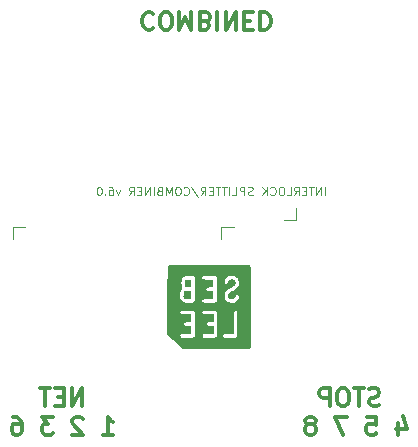
<source format=gbr>
G04 #@! TF.GenerationSoftware,KiCad,Pcbnew,(6.0.4-0)*
G04 #@! TF.CreationDate,2022-05-30T10:48:12+01:00*
G04 #@! TF.ProjectId,InterlockSplitterCombiner06,496e7465-726c-46f6-936b-53706c697474,rev?*
G04 #@! TF.SameCoordinates,Original*
G04 #@! TF.FileFunction,Legend,Bot*
G04 #@! TF.FilePolarity,Positive*
%FSLAX46Y46*%
G04 Gerber Fmt 4.6, Leading zero omitted, Abs format (unit mm)*
G04 Created by KiCad (PCBNEW (6.0.4-0)) date 2022-05-30 10:48:12*
%MOMM*%
%LPD*%
G01*
G04 APERTURE LIST*
%ADD10C,0.300000*%
%ADD11C,0.100000*%
%ADD12C,0.010000*%
%ADD13C,0.120000*%
G04 APERTURE END LIST*
D10*
X155300000Y-50964285D02*
X155228571Y-50892857D01*
X155014285Y-50821428D01*
X154871428Y-50821428D01*
X154657142Y-50892857D01*
X154514285Y-51035714D01*
X154442857Y-51178571D01*
X154371428Y-51464285D01*
X154371428Y-51678571D01*
X154442857Y-51964285D01*
X154514285Y-52107142D01*
X154657142Y-52250000D01*
X154871428Y-52321428D01*
X155014285Y-52321428D01*
X155228571Y-52250000D01*
X155300000Y-52178571D01*
X156228571Y-52321428D02*
X156514285Y-52321428D01*
X156657142Y-52250000D01*
X156800000Y-52107142D01*
X156871428Y-51821428D01*
X156871428Y-51321428D01*
X156800000Y-51035714D01*
X156657142Y-50892857D01*
X156514285Y-50821428D01*
X156228571Y-50821428D01*
X156085714Y-50892857D01*
X155942857Y-51035714D01*
X155871428Y-51321428D01*
X155871428Y-51821428D01*
X155942857Y-52107142D01*
X156085714Y-52250000D01*
X156228571Y-52321428D01*
X157514285Y-50821428D02*
X157514285Y-52321428D01*
X158014285Y-51250000D01*
X158514285Y-52321428D01*
X158514285Y-50821428D01*
X159728571Y-51607142D02*
X159942857Y-51535714D01*
X160014285Y-51464285D01*
X160085714Y-51321428D01*
X160085714Y-51107142D01*
X160014285Y-50964285D01*
X159942857Y-50892857D01*
X159800000Y-50821428D01*
X159228571Y-50821428D01*
X159228571Y-52321428D01*
X159728571Y-52321428D01*
X159871428Y-52250000D01*
X159942857Y-52178571D01*
X160014285Y-52035714D01*
X160014285Y-51892857D01*
X159942857Y-51750000D01*
X159871428Y-51678571D01*
X159728571Y-51607142D01*
X159228571Y-51607142D01*
X160728571Y-50821428D02*
X160728571Y-52321428D01*
X161442857Y-50821428D02*
X161442857Y-52321428D01*
X162300000Y-50821428D01*
X162300000Y-52321428D01*
X163014285Y-51607142D02*
X163514285Y-51607142D01*
X163728571Y-50821428D02*
X163014285Y-50821428D01*
X163014285Y-52321428D01*
X163728571Y-52321428D01*
X164371428Y-50821428D02*
X164371428Y-52321428D01*
X164728571Y-52321428D01*
X164942857Y-52250000D01*
X165085714Y-52107142D01*
X165157142Y-51964285D01*
X165228571Y-51678571D01*
X165228571Y-51464285D01*
X165157142Y-51178571D01*
X165085714Y-51035714D01*
X164942857Y-50892857D01*
X164728571Y-50821428D01*
X164371428Y-50821428D01*
X174435714Y-84099642D02*
X174221428Y-84171071D01*
X173864285Y-84171071D01*
X173721428Y-84099642D01*
X173650000Y-84028214D01*
X173578571Y-83885357D01*
X173578571Y-83742500D01*
X173650000Y-83599642D01*
X173721428Y-83528214D01*
X173864285Y-83456785D01*
X174150000Y-83385357D01*
X174292857Y-83313928D01*
X174364285Y-83242500D01*
X174435714Y-83099642D01*
X174435714Y-82956785D01*
X174364285Y-82813928D01*
X174292857Y-82742500D01*
X174150000Y-82671071D01*
X173792857Y-82671071D01*
X173578571Y-82742500D01*
X173150000Y-82671071D02*
X172292857Y-82671071D01*
X172721428Y-84171071D02*
X172721428Y-82671071D01*
X171507142Y-82671071D02*
X171221428Y-82671071D01*
X171078571Y-82742500D01*
X170935714Y-82885357D01*
X170864285Y-83171071D01*
X170864285Y-83671071D01*
X170935714Y-83956785D01*
X171078571Y-84099642D01*
X171221428Y-84171071D01*
X171507142Y-84171071D01*
X171650000Y-84099642D01*
X171792857Y-83956785D01*
X171864285Y-83671071D01*
X171864285Y-83171071D01*
X171792857Y-82885357D01*
X171650000Y-82742500D01*
X171507142Y-82671071D01*
X170221428Y-84171071D02*
X170221428Y-82671071D01*
X169650000Y-82671071D01*
X169507142Y-82742500D01*
X169435714Y-82813928D01*
X169364285Y-82956785D01*
X169364285Y-83171071D01*
X169435714Y-83313928D01*
X169507142Y-83385357D01*
X169650000Y-83456785D01*
X170221428Y-83456785D01*
X176042857Y-85586071D02*
X176042857Y-86586071D01*
X176400000Y-85014642D02*
X176757142Y-86086071D01*
X175828571Y-86086071D01*
X173400000Y-85086071D02*
X174114285Y-85086071D01*
X174185714Y-85800357D01*
X174114285Y-85728928D01*
X173971428Y-85657500D01*
X173614285Y-85657500D01*
X173471428Y-85728928D01*
X173400000Y-85800357D01*
X173328571Y-85943214D01*
X173328571Y-86300357D01*
X173400000Y-86443214D01*
X173471428Y-86514642D01*
X173614285Y-86586071D01*
X173971428Y-86586071D01*
X174114285Y-86514642D01*
X174185714Y-86443214D01*
X171685714Y-85086071D02*
X170685714Y-85086071D01*
X171328571Y-86586071D01*
X168757142Y-85728928D02*
X168900000Y-85657500D01*
X168971428Y-85586071D01*
X169042857Y-85443214D01*
X169042857Y-85371785D01*
X168971428Y-85228928D01*
X168900000Y-85157500D01*
X168757142Y-85086071D01*
X168471428Y-85086071D01*
X168328571Y-85157500D01*
X168257142Y-85228928D01*
X168185714Y-85371785D01*
X168185714Y-85443214D01*
X168257142Y-85586071D01*
X168328571Y-85657500D01*
X168471428Y-85728928D01*
X168757142Y-85728928D01*
X168900000Y-85800357D01*
X168971428Y-85871785D01*
X169042857Y-86014642D01*
X169042857Y-86300357D01*
X168971428Y-86443214D01*
X168900000Y-86514642D01*
X168757142Y-86586071D01*
X168471428Y-86586071D01*
X168328571Y-86514642D01*
X168257142Y-86443214D01*
X168185714Y-86300357D01*
X168185714Y-86014642D01*
X168257142Y-85871785D01*
X168328571Y-85800357D01*
X168471428Y-85728928D01*
D11*
X169850000Y-66316666D02*
X169850000Y-65616666D01*
X169516666Y-66316666D02*
X169516666Y-65616666D01*
X169116666Y-66316666D01*
X169116666Y-65616666D01*
X168883333Y-65616666D02*
X168483333Y-65616666D01*
X168683333Y-66316666D02*
X168683333Y-65616666D01*
X168250000Y-65950000D02*
X168016666Y-65950000D01*
X167916666Y-66316666D02*
X168250000Y-66316666D01*
X168250000Y-65616666D01*
X167916666Y-65616666D01*
X167216666Y-66316666D02*
X167450000Y-65983333D01*
X167616666Y-66316666D02*
X167616666Y-65616666D01*
X167350000Y-65616666D01*
X167283333Y-65650000D01*
X167250000Y-65683333D01*
X167216666Y-65750000D01*
X167216666Y-65850000D01*
X167250000Y-65916666D01*
X167283333Y-65950000D01*
X167350000Y-65983333D01*
X167616666Y-65983333D01*
X166583333Y-66316666D02*
X166916666Y-66316666D01*
X166916666Y-65616666D01*
X166216666Y-65616666D02*
X166083333Y-65616666D01*
X166016666Y-65650000D01*
X165950000Y-65716666D01*
X165916666Y-65850000D01*
X165916666Y-66083333D01*
X165950000Y-66216666D01*
X166016666Y-66283333D01*
X166083333Y-66316666D01*
X166216666Y-66316666D01*
X166283333Y-66283333D01*
X166350000Y-66216666D01*
X166383333Y-66083333D01*
X166383333Y-65850000D01*
X166350000Y-65716666D01*
X166283333Y-65650000D01*
X166216666Y-65616666D01*
X165216666Y-66250000D02*
X165250000Y-66283333D01*
X165350000Y-66316666D01*
X165416666Y-66316666D01*
X165516666Y-66283333D01*
X165583333Y-66216666D01*
X165616666Y-66150000D01*
X165650000Y-66016666D01*
X165650000Y-65916666D01*
X165616666Y-65783333D01*
X165583333Y-65716666D01*
X165516666Y-65650000D01*
X165416666Y-65616666D01*
X165350000Y-65616666D01*
X165250000Y-65650000D01*
X165216666Y-65683333D01*
X164916666Y-66316666D02*
X164916666Y-65616666D01*
X164516666Y-66316666D02*
X164816666Y-65916666D01*
X164516666Y-65616666D02*
X164916666Y-66016666D01*
X163716666Y-66283333D02*
X163616666Y-66316666D01*
X163450000Y-66316666D01*
X163383333Y-66283333D01*
X163350000Y-66250000D01*
X163316666Y-66183333D01*
X163316666Y-66116666D01*
X163350000Y-66050000D01*
X163383333Y-66016666D01*
X163450000Y-65983333D01*
X163583333Y-65950000D01*
X163650000Y-65916666D01*
X163683333Y-65883333D01*
X163716666Y-65816666D01*
X163716666Y-65750000D01*
X163683333Y-65683333D01*
X163650000Y-65650000D01*
X163583333Y-65616666D01*
X163416666Y-65616666D01*
X163316666Y-65650000D01*
X163016666Y-66316666D02*
X163016666Y-65616666D01*
X162750000Y-65616666D01*
X162683333Y-65650000D01*
X162650000Y-65683333D01*
X162616666Y-65750000D01*
X162616666Y-65850000D01*
X162650000Y-65916666D01*
X162683333Y-65950000D01*
X162750000Y-65983333D01*
X163016666Y-65983333D01*
X161983333Y-66316666D02*
X162316666Y-66316666D01*
X162316666Y-65616666D01*
X161750000Y-66316666D02*
X161750000Y-65616666D01*
X161516666Y-65616666D02*
X161116666Y-65616666D01*
X161316666Y-66316666D02*
X161316666Y-65616666D01*
X160983333Y-65616666D02*
X160583333Y-65616666D01*
X160783333Y-66316666D02*
X160783333Y-65616666D01*
X160350000Y-65950000D02*
X160116666Y-65950000D01*
X160016666Y-66316666D02*
X160350000Y-66316666D01*
X160350000Y-65616666D01*
X160016666Y-65616666D01*
X159316666Y-66316666D02*
X159550000Y-65983333D01*
X159716666Y-66316666D02*
X159716666Y-65616666D01*
X159450000Y-65616666D01*
X159383333Y-65650000D01*
X159350000Y-65683333D01*
X159316666Y-65750000D01*
X159316666Y-65850000D01*
X159350000Y-65916666D01*
X159383333Y-65950000D01*
X159450000Y-65983333D01*
X159716666Y-65983333D01*
X158516666Y-65583333D02*
X159116666Y-66483333D01*
X157883333Y-66250000D02*
X157916666Y-66283333D01*
X158016666Y-66316666D01*
X158083333Y-66316666D01*
X158183333Y-66283333D01*
X158250000Y-66216666D01*
X158283333Y-66150000D01*
X158316666Y-66016666D01*
X158316666Y-65916666D01*
X158283333Y-65783333D01*
X158250000Y-65716666D01*
X158183333Y-65650000D01*
X158083333Y-65616666D01*
X158016666Y-65616666D01*
X157916666Y-65650000D01*
X157883333Y-65683333D01*
X157450000Y-65616666D02*
X157316666Y-65616666D01*
X157250000Y-65650000D01*
X157183333Y-65716666D01*
X157150000Y-65850000D01*
X157150000Y-66083333D01*
X157183333Y-66216666D01*
X157250000Y-66283333D01*
X157316666Y-66316666D01*
X157450000Y-66316666D01*
X157516666Y-66283333D01*
X157583333Y-66216666D01*
X157616666Y-66083333D01*
X157616666Y-65850000D01*
X157583333Y-65716666D01*
X157516666Y-65650000D01*
X157450000Y-65616666D01*
X156850000Y-66316666D02*
X156850000Y-65616666D01*
X156616666Y-66116666D01*
X156383333Y-65616666D01*
X156383333Y-66316666D01*
X155816666Y-65950000D02*
X155716666Y-65983333D01*
X155683333Y-66016666D01*
X155650000Y-66083333D01*
X155650000Y-66183333D01*
X155683333Y-66250000D01*
X155716666Y-66283333D01*
X155783333Y-66316666D01*
X156050000Y-66316666D01*
X156050000Y-65616666D01*
X155816666Y-65616666D01*
X155750000Y-65650000D01*
X155716666Y-65683333D01*
X155683333Y-65750000D01*
X155683333Y-65816666D01*
X155716666Y-65883333D01*
X155750000Y-65916666D01*
X155816666Y-65950000D01*
X156050000Y-65950000D01*
X155350000Y-66316666D02*
X155350000Y-65616666D01*
X155016666Y-66316666D02*
X155016666Y-65616666D01*
X154616666Y-66316666D01*
X154616666Y-65616666D01*
X154283333Y-65950000D02*
X154050000Y-65950000D01*
X153950000Y-66316666D02*
X154283333Y-66316666D01*
X154283333Y-65616666D01*
X153950000Y-65616666D01*
X153250000Y-66316666D02*
X153483333Y-65983333D01*
X153650000Y-66316666D02*
X153650000Y-65616666D01*
X153383333Y-65616666D01*
X153316666Y-65650000D01*
X153283333Y-65683333D01*
X153250000Y-65750000D01*
X153250000Y-65850000D01*
X153283333Y-65916666D01*
X153316666Y-65950000D01*
X153383333Y-65983333D01*
X153650000Y-65983333D01*
X152483333Y-65850000D02*
X152316666Y-66316666D01*
X152150000Y-65850000D01*
X151583333Y-65616666D02*
X151716666Y-65616666D01*
X151783333Y-65650000D01*
X151816666Y-65683333D01*
X151883333Y-65783333D01*
X151916666Y-65916666D01*
X151916666Y-66183333D01*
X151883333Y-66250000D01*
X151850000Y-66283333D01*
X151783333Y-66316666D01*
X151650000Y-66316666D01*
X151583333Y-66283333D01*
X151550000Y-66250000D01*
X151516666Y-66183333D01*
X151516666Y-66016666D01*
X151550000Y-65950000D01*
X151583333Y-65916666D01*
X151650000Y-65883333D01*
X151783333Y-65883333D01*
X151850000Y-65916666D01*
X151883333Y-65950000D01*
X151916666Y-66016666D01*
X151216666Y-66250000D02*
X151183333Y-66283333D01*
X151216666Y-66316666D01*
X151250000Y-66283333D01*
X151216666Y-66250000D01*
X151216666Y-66316666D01*
X150750000Y-65616666D02*
X150683333Y-65616666D01*
X150616666Y-65650000D01*
X150583333Y-65683333D01*
X150550000Y-65750000D01*
X150516666Y-65883333D01*
X150516666Y-66050000D01*
X150550000Y-66183333D01*
X150583333Y-66250000D01*
X150616666Y-66283333D01*
X150683333Y-66316666D01*
X150750000Y-66316666D01*
X150816666Y-66283333D01*
X150850000Y-66250000D01*
X150883333Y-66183333D01*
X150916666Y-66050000D01*
X150916666Y-65883333D01*
X150883333Y-65750000D01*
X150850000Y-65683333D01*
X150816666Y-65650000D01*
X150750000Y-65616666D01*
D10*
X149278571Y-84171071D02*
X149278571Y-82671071D01*
X148421428Y-84171071D01*
X148421428Y-82671071D01*
X147707142Y-83385357D02*
X147207142Y-83385357D01*
X146992857Y-84171071D02*
X147707142Y-84171071D01*
X147707142Y-82671071D01*
X146992857Y-82671071D01*
X146564285Y-82671071D02*
X145707142Y-82671071D01*
X146135714Y-84171071D02*
X146135714Y-82671071D01*
X151028571Y-86586071D02*
X151885714Y-86586071D01*
X151457142Y-86586071D02*
X151457142Y-85086071D01*
X151600000Y-85300357D01*
X151742857Y-85443214D01*
X151885714Y-85514642D01*
X149314285Y-85228928D02*
X149242857Y-85157500D01*
X149100000Y-85086071D01*
X148742857Y-85086071D01*
X148600000Y-85157500D01*
X148528571Y-85228928D01*
X148457142Y-85371785D01*
X148457142Y-85514642D01*
X148528571Y-85728928D01*
X149385714Y-86586071D01*
X148457142Y-86586071D01*
X146814285Y-85086071D02*
X145885714Y-85086071D01*
X146385714Y-85657500D01*
X146171428Y-85657500D01*
X146028571Y-85728928D01*
X145957142Y-85800357D01*
X145885714Y-85943214D01*
X145885714Y-86300357D01*
X145957142Y-86443214D01*
X146028571Y-86514642D01*
X146171428Y-86586071D01*
X146600000Y-86586071D01*
X146742857Y-86514642D01*
X146814285Y-86443214D01*
X143457142Y-85086071D02*
X143742857Y-85086071D01*
X143885714Y-85157500D01*
X143957142Y-85228928D01*
X144100000Y-85443214D01*
X144171428Y-85728928D01*
X144171428Y-86300357D01*
X144100000Y-86443214D01*
X144028571Y-86514642D01*
X143885714Y-86586071D01*
X143600000Y-86586071D01*
X143457142Y-86514642D01*
X143385714Y-86443214D01*
X143314285Y-86300357D01*
X143314285Y-85943214D01*
X143385714Y-85800357D01*
X143457142Y-85728928D01*
X143600000Y-85657500D01*
X143885714Y-85657500D01*
X144028571Y-85728928D01*
X144100000Y-85800357D01*
X144171428Y-85943214D01*
G36*
X163498701Y-77661842D02*
G01*
X163498355Y-77867683D01*
X163497931Y-78053235D01*
X163497424Y-78219551D01*
X163496827Y-78367688D01*
X163496132Y-78498702D01*
X163495333Y-78613646D01*
X163494423Y-78713577D01*
X163493395Y-78799549D01*
X163492243Y-78872618D01*
X163490959Y-78933839D01*
X163489537Y-78984268D01*
X163487970Y-79024959D01*
X163486250Y-79056968D01*
X163484372Y-79081351D01*
X163482328Y-79099161D01*
X163480111Y-79111456D01*
X163477715Y-79119289D01*
X163459594Y-79156290D01*
X163408624Y-79219612D01*
X163337278Y-79265219D01*
X163335281Y-79266117D01*
X163327402Y-79269140D01*
X163317396Y-79271911D01*
X163304075Y-79274441D01*
X163286254Y-79276743D01*
X163262747Y-79278825D01*
X163232368Y-79280700D01*
X163193930Y-79282379D01*
X163146248Y-79283873D01*
X163088135Y-79285192D01*
X163018405Y-79286348D01*
X162935872Y-79287353D01*
X162839351Y-79288216D01*
X162727654Y-79288949D01*
X162599596Y-79289564D01*
X162453991Y-79290071D01*
X162289652Y-79290482D01*
X162105394Y-79290806D01*
X161900030Y-79291057D01*
X161672375Y-79291244D01*
X161421242Y-79291378D01*
X161145445Y-79291472D01*
X160843798Y-79291535D01*
X160515114Y-79291579D01*
X157749395Y-79291889D01*
X157124920Y-78667532D01*
X156500444Y-78043175D01*
X156500444Y-76229778D01*
X157502749Y-76229778D01*
X157507440Y-76275063D01*
X157533949Y-76333246D01*
X157585765Y-76381049D01*
X157587897Y-76382482D01*
X157602332Y-76391497D01*
X157617807Y-76398552D01*
X157637718Y-76403886D01*
X157665464Y-76407740D01*
X157704443Y-76410355D01*
X157758052Y-76411970D01*
X157829690Y-76412826D01*
X157922754Y-76413164D01*
X158040642Y-76413223D01*
X158447778Y-76413223D01*
X158447778Y-77005889D01*
X158214244Y-77005889D01*
X158145492Y-77006207D01*
X158062589Y-77008319D01*
X158000821Y-77013223D01*
X157955944Y-77021854D01*
X157923715Y-77035147D01*
X157899890Y-77054037D01*
X157880224Y-77079458D01*
X157854074Y-77136540D01*
X157848974Y-77204509D01*
X157870446Y-77270478D01*
X157917890Y-77330445D01*
X157918424Y-77330937D01*
X157933190Y-77343564D01*
X157948980Y-77352793D01*
X157970327Y-77359259D01*
X158001763Y-77363594D01*
X158047821Y-77366434D01*
X158113033Y-77368411D01*
X158201931Y-77370160D01*
X158447778Y-77374597D01*
X158447778Y-78007778D01*
X158052213Y-78007778D01*
X157948519Y-78007978D01*
X157845650Y-78008836D01*
X157765356Y-78010503D01*
X157704542Y-78013121D01*
X157660112Y-78016832D01*
X157628971Y-78021776D01*
X157608022Y-78028096D01*
X157581174Y-78042389D01*
X157536367Y-78086487D01*
X157510406Y-78143253D01*
X157504441Y-78206037D01*
X157519619Y-78268190D01*
X157557090Y-78323061D01*
X157601626Y-78367612D01*
X158141119Y-78371358D01*
X158189824Y-78371693D01*
X158318908Y-78372489D01*
X158423595Y-78372872D01*
X158506756Y-78372718D01*
X158571261Y-78371907D01*
X158619982Y-78370315D01*
X158655791Y-78367819D01*
X158681558Y-78364298D01*
X158700155Y-78359628D01*
X158714452Y-78353688D01*
X158727321Y-78346355D01*
X158737458Y-78340187D01*
X158752294Y-78330679D01*
X158765098Y-78320194D01*
X158776019Y-78306787D01*
X158785208Y-78288511D01*
X158792813Y-78263420D01*
X158798984Y-78229569D01*
X158803870Y-78185011D01*
X158807622Y-78127800D01*
X158810388Y-78055989D01*
X158812318Y-77967633D01*
X158813562Y-77860786D01*
X158814270Y-77733501D01*
X158814590Y-77583832D01*
X158814672Y-77409833D01*
X158814667Y-77209558D01*
X158814676Y-77067833D01*
X158814651Y-76886155D01*
X158814439Y-76729398D01*
X158813886Y-76595615D01*
X158812835Y-76482857D01*
X158811133Y-76389176D01*
X158808623Y-76312623D01*
X158805150Y-76251250D01*
X158803103Y-76229778D01*
X159379527Y-76229778D01*
X159384218Y-76275063D01*
X159410727Y-76333246D01*
X159462542Y-76381049D01*
X159464675Y-76382482D01*
X159479110Y-76391497D01*
X159494585Y-76398552D01*
X159514496Y-76403886D01*
X159542242Y-76407740D01*
X159581221Y-76410355D01*
X159634830Y-76411970D01*
X159706468Y-76412826D01*
X159799532Y-76413164D01*
X159917420Y-76413223D01*
X160324555Y-76413223D01*
X160324555Y-77005889D01*
X160091021Y-77005889D01*
X160022270Y-77006207D01*
X159939367Y-77008319D01*
X159877599Y-77013223D01*
X159832722Y-77021854D01*
X159800493Y-77035147D01*
X159776667Y-77054037D01*
X159765994Y-77067833D01*
X159757002Y-77079458D01*
X159730852Y-77136540D01*
X159725751Y-77204509D01*
X159747224Y-77270478D01*
X159794668Y-77330445D01*
X159795202Y-77330937D01*
X159809968Y-77343564D01*
X159825758Y-77352793D01*
X159847105Y-77359259D01*
X159878541Y-77363594D01*
X159924599Y-77366434D01*
X159989810Y-77368411D01*
X160078709Y-77370160D01*
X160324555Y-77374597D01*
X160324555Y-78007778D01*
X159928991Y-78007778D01*
X159825297Y-78007978D01*
X159722427Y-78008836D01*
X159642134Y-78010503D01*
X159581320Y-78013121D01*
X159536890Y-78016832D01*
X159505749Y-78021776D01*
X159484800Y-78028096D01*
X159457952Y-78042389D01*
X159413144Y-78086487D01*
X159387184Y-78143253D01*
X159381219Y-78206037D01*
X159396397Y-78268190D01*
X159433868Y-78323061D01*
X159478404Y-78367612D01*
X160017896Y-78371358D01*
X160066602Y-78371693D01*
X160195686Y-78372489D01*
X160300373Y-78372872D01*
X160383533Y-78372718D01*
X160448039Y-78371907D01*
X160496760Y-78370315D01*
X160532569Y-78367819D01*
X160558336Y-78364298D01*
X160576932Y-78359628D01*
X160591230Y-78353688D01*
X160604099Y-78346355D01*
X160614236Y-78340187D01*
X160629072Y-78330679D01*
X160641876Y-78320194D01*
X160652797Y-78306787D01*
X160661986Y-78288511D01*
X160669590Y-78263420D01*
X160675761Y-78229569D01*
X160678342Y-78206037D01*
X161116885Y-78206037D01*
X161132064Y-78268190D01*
X161169534Y-78323061D01*
X161214071Y-78367612D01*
X161753563Y-78371358D01*
X161802269Y-78371693D01*
X161931353Y-78372489D01*
X162036039Y-78372872D01*
X162119200Y-78372718D01*
X162183705Y-78371907D01*
X162232427Y-78370315D01*
X162268235Y-78367819D01*
X162294002Y-78364298D01*
X162312599Y-78359628D01*
X162326896Y-78353688D01*
X162339766Y-78346355D01*
X162349784Y-78340259D01*
X162364642Y-78330745D01*
X162377465Y-78320267D01*
X162388402Y-78306880D01*
X162397604Y-78288635D01*
X162405221Y-78263586D01*
X162411401Y-78229786D01*
X162416295Y-78185287D01*
X162420053Y-78128142D01*
X162422824Y-78056405D01*
X162424758Y-77968128D01*
X162426004Y-77861365D01*
X162426713Y-77734167D01*
X162427034Y-77584588D01*
X162427117Y-77410682D01*
X162427111Y-77210500D01*
X162427038Y-77014168D01*
X162426792Y-76842125D01*
X162426337Y-76694520D01*
X162425636Y-76569451D01*
X162424652Y-76465016D01*
X162423350Y-76379315D01*
X162421692Y-76310445D01*
X162419642Y-76256506D01*
X162417164Y-76215596D01*
X162414220Y-76185812D01*
X162410776Y-76165255D01*
X162406794Y-76152023D01*
X162392495Y-76125167D01*
X162348395Y-76080361D01*
X162291629Y-76054403D01*
X162228846Y-76048441D01*
X162166695Y-76063624D01*
X162111828Y-76101098D01*
X162067278Y-76145643D01*
X162063490Y-77067833D01*
X162063454Y-77076711D01*
X162059631Y-78007778D01*
X161664362Y-78007778D01*
X161561102Y-78007976D01*
X161458192Y-78008833D01*
X161377866Y-78010499D01*
X161317027Y-78013117D01*
X161272579Y-78016828D01*
X161241424Y-78021774D01*
X161220467Y-78028096D01*
X161193619Y-78042389D01*
X161148811Y-78086487D01*
X161122850Y-78143253D01*
X161116885Y-78206037D01*
X160678342Y-78206037D01*
X160680648Y-78185011D01*
X160684399Y-78127800D01*
X160687166Y-78055989D01*
X160689096Y-77967633D01*
X160690340Y-77860786D01*
X160691048Y-77733501D01*
X160691368Y-77583832D01*
X160691450Y-77409833D01*
X160691444Y-77209558D01*
X160691454Y-77067833D01*
X160691429Y-76886155D01*
X160691217Y-76729398D01*
X160690663Y-76595615D01*
X160689613Y-76482857D01*
X160687911Y-76389176D01*
X160685401Y-76312623D01*
X160681928Y-76251250D01*
X160677337Y-76203109D01*
X160671473Y-76166251D01*
X160664180Y-76138728D01*
X160655304Y-76118592D01*
X160644688Y-76103893D01*
X160632177Y-76092685D01*
X160617617Y-76083017D01*
X160600852Y-76072943D01*
X160591201Y-76067580D01*
X160576440Y-76061697D01*
X160556652Y-76057013D01*
X160528938Y-76053392D01*
X160490398Y-76050698D01*
X160438134Y-76048796D01*
X160369245Y-76047549D01*
X160280832Y-76046823D01*
X160169995Y-76046480D01*
X160033837Y-76046386D01*
X159961471Y-76046384D01*
X159839470Y-76046469D01*
X159741280Y-76046811D01*
X159663982Y-76047574D01*
X159604655Y-76048923D01*
X159560379Y-76051021D01*
X159528232Y-76054034D01*
X159505296Y-76058125D01*
X159488649Y-76063458D01*
X159475371Y-76070197D01*
X159462542Y-76078507D01*
X159425859Y-76108615D01*
X159390747Y-76162717D01*
X159379527Y-76229778D01*
X158803103Y-76229778D01*
X158800560Y-76203109D01*
X158794695Y-76166251D01*
X158787403Y-76138728D01*
X158778526Y-76118592D01*
X158767910Y-76103893D01*
X158755399Y-76092685D01*
X158740839Y-76083017D01*
X158724074Y-76072943D01*
X158714423Y-76067580D01*
X158699662Y-76061697D01*
X158679874Y-76057013D01*
X158652160Y-76053392D01*
X158613621Y-76050698D01*
X158561356Y-76048796D01*
X158492467Y-76047549D01*
X158404054Y-76046823D01*
X158293218Y-76046480D01*
X158157059Y-76046386D01*
X158084693Y-76046384D01*
X157962692Y-76046469D01*
X157864503Y-76046811D01*
X157787205Y-76047574D01*
X157727877Y-76048923D01*
X157683601Y-76051021D01*
X157651455Y-76054034D01*
X157628518Y-76058125D01*
X157611871Y-76063458D01*
X157598594Y-76070197D01*
X157585765Y-76078507D01*
X157549081Y-76108615D01*
X157513969Y-76162717D01*
X157502749Y-76229778D01*
X156500444Y-76229778D01*
X156500444Y-75238079D01*
X156500450Y-75043434D01*
X156500488Y-74725363D01*
X156500496Y-74697204D01*
X157489462Y-74697204D01*
X157490724Y-74800293D01*
X157491797Y-74845978D01*
X157494077Y-74918932D01*
X157497245Y-74972110D01*
X157502145Y-75011141D01*
X157509623Y-75041652D01*
X157520525Y-75069272D01*
X157535697Y-75099628D01*
X157551890Y-75128302D01*
X157625899Y-75224466D01*
X157719902Y-75304788D01*
X157829410Y-75365962D01*
X157949932Y-75404680D01*
X157955795Y-75405873D01*
X158016647Y-75414381D01*
X158100048Y-75420370D01*
X158207860Y-75423937D01*
X158341944Y-75425178D01*
X158437945Y-75424896D01*
X158528233Y-75423172D01*
X158597490Y-75419163D01*
X158649601Y-75412052D01*
X158688450Y-75401021D01*
X158717923Y-75385251D01*
X158741902Y-75363924D01*
X158764275Y-75336222D01*
X158767829Y-75331227D01*
X158772888Y-75322627D01*
X158777250Y-75311521D01*
X158780974Y-75295931D01*
X158784122Y-75273878D01*
X158786403Y-75247464D01*
X159364341Y-75247464D01*
X159378369Y-75307329D01*
X159413084Y-75359523D01*
X159468241Y-75398022D01*
X159474244Y-75400666D01*
X159492320Y-75407339D01*
X159513843Y-75412670D01*
X159541910Y-75416808D01*
X159579619Y-75419907D01*
X159630065Y-75422118D01*
X159696346Y-75423592D01*
X159781559Y-75424481D01*
X159888800Y-75424938D01*
X160021167Y-75425113D01*
X160112629Y-75425130D01*
X160236082Y-75424812D01*
X160336069Y-75423704D01*
X160415508Y-75421387D01*
X160477312Y-75417443D01*
X160524396Y-75411456D01*
X160559676Y-75403006D01*
X160586067Y-75391675D01*
X160606483Y-75377047D01*
X160623840Y-75358702D01*
X160641052Y-75336222D01*
X160644606Y-75331227D01*
X160649666Y-75322627D01*
X160654028Y-75311521D01*
X160657752Y-75295931D01*
X160660900Y-75273878D01*
X160663533Y-75243385D01*
X160665711Y-75202474D01*
X160667495Y-75149165D01*
X160668947Y-75081482D01*
X160670126Y-74997446D01*
X160671094Y-74895078D01*
X160671912Y-74772401D01*
X160672640Y-74627436D01*
X160673340Y-74458206D01*
X160674071Y-74262731D01*
X160676273Y-73662706D01*
X161247282Y-73662706D01*
X161251804Y-73693671D01*
X161263769Y-73729179D01*
X161266738Y-73736552D01*
X161305332Y-73795269D01*
X161360611Y-73832128D01*
X161429451Y-73844948D01*
X161452523Y-73844044D01*
X161515794Y-73828146D01*
X161564148Y-73791067D01*
X161599307Y-73731040D01*
X161622996Y-73646296D01*
X161639424Y-73586999D01*
X161675551Y-73524900D01*
X161729485Y-73482288D01*
X161803202Y-73457754D01*
X161898683Y-73449889D01*
X161947557Y-73451618D01*
X162019116Y-73464602D01*
X162076326Y-73492809D01*
X162126774Y-73539208D01*
X162163657Y-73594029D01*
X162183993Y-73666120D01*
X162181181Y-73751433D01*
X162169324Y-73801930D01*
X162145225Y-73853779D01*
X162107196Y-73902818D01*
X162052642Y-73951315D01*
X161978969Y-74001537D01*
X161883583Y-74055753D01*
X161763889Y-74116231D01*
X161631774Y-74186614D01*
X161507678Y-74269494D01*
X161408718Y-74357337D01*
X161333305Y-74451581D01*
X161279851Y-74553660D01*
X161269829Y-74580792D01*
X161259731Y-74619325D01*
X161253520Y-74664724D01*
X161250330Y-74724098D01*
X161249296Y-74804556D01*
X161249337Y-74864949D01*
X161250653Y-74922619D01*
X161254475Y-74964980D01*
X161261979Y-74999277D01*
X161274337Y-75032757D01*
X161292724Y-75072667D01*
X161299825Y-75087085D01*
X161371011Y-75198722D01*
X161460279Y-75289731D01*
X161565792Y-75358566D01*
X161685715Y-75403681D01*
X161725523Y-75411490D01*
X161799243Y-75419432D01*
X161883871Y-75423411D01*
X161969717Y-75423279D01*
X162047091Y-75418888D01*
X162106302Y-75410091D01*
X162120422Y-75406530D01*
X162227760Y-75363833D01*
X162326274Y-75297749D01*
X162411847Y-75212291D01*
X162480365Y-75111471D01*
X162527711Y-74999302D01*
X162544156Y-74934260D01*
X162551468Y-74852146D01*
X162538021Y-74785755D01*
X162503609Y-74732839D01*
X162489119Y-74719125D01*
X162431321Y-74685227D01*
X162369193Y-74674386D01*
X162308452Y-74684875D01*
X162254817Y-74714966D01*
X162214006Y-74762933D01*
X162191736Y-74827048D01*
X162173526Y-74895832D01*
X162135971Y-74966636D01*
X162085236Y-75018562D01*
X162071113Y-75027820D01*
X162037037Y-75042885D01*
X161992521Y-75051751D01*
X161928705Y-75056567D01*
X161888310Y-75057363D01*
X161791454Y-75047660D01*
X161716017Y-75020061D01*
X161661292Y-74974050D01*
X161626574Y-74909112D01*
X161611156Y-74824732D01*
X161610121Y-74766394D01*
X161617680Y-74718807D01*
X161636340Y-74671634D01*
X161650481Y-74645991D01*
X161676090Y-74612206D01*
X161711427Y-74578763D01*
X161759730Y-74543356D01*
X161824236Y-74503683D01*
X161908182Y-74457441D01*
X162014805Y-74402325D01*
X162031429Y-74393874D01*
X162117380Y-74348868D01*
X162184476Y-74310600D01*
X162238735Y-74275193D01*
X162286176Y-74238769D01*
X162332815Y-74197453D01*
X162354499Y-74176479D01*
X162403429Y-74124287D01*
X162445411Y-74073287D01*
X162473182Y-74032039D01*
X162476932Y-74025027D01*
X162521528Y-73914318D01*
X162546515Y-73793694D01*
X162551557Y-73670361D01*
X162536320Y-73551527D01*
X162500470Y-73444398D01*
X162440307Y-73341340D01*
X162354265Y-73243584D01*
X162251018Y-73166283D01*
X162133580Y-73112167D01*
X162064891Y-73095583D01*
X161971644Y-73084987D01*
X161870609Y-73082873D01*
X161771921Y-73089410D01*
X161685715Y-73104765D01*
X161655804Y-73113272D01*
X161539764Y-73163201D01*
X161449058Y-73229074D01*
X161441101Y-73234853D01*
X161360980Y-73326958D01*
X161300566Y-73438248D01*
X161261022Y-73567455D01*
X161259864Y-73573031D01*
X161250027Y-73625940D01*
X161247282Y-73662706D01*
X160676273Y-73662706D01*
X160677865Y-73229074D01*
X160645568Y-73180732D01*
X160645091Y-73180019D01*
X160628322Y-73155749D01*
X160611683Y-73135873D01*
X160592339Y-73119976D01*
X160567455Y-73107642D01*
X160534196Y-73098456D01*
X160489728Y-73092002D01*
X160431213Y-73087867D01*
X160355819Y-73085633D01*
X160260708Y-73084888D01*
X160143047Y-73085214D01*
X160000000Y-73086198D01*
X159906357Y-73086933D01*
X159788778Y-73088055D01*
X159694564Y-73089352D01*
X159620814Y-73090987D01*
X159564622Y-73093118D01*
X159523085Y-73095907D01*
X159493300Y-73099513D01*
X159472363Y-73104098D01*
X159457370Y-73109822D01*
X159445418Y-73116846D01*
X159412397Y-73145612D01*
X159377118Y-73205458D01*
X159373245Y-73229074D01*
X159365000Y-73279364D01*
X159371174Y-73319230D01*
X159399750Y-73375150D01*
X159446004Y-73421093D01*
X159503744Y-73449468D01*
X159524463Y-73452703D01*
X159572594Y-73456356D01*
X159641596Y-73459443D01*
X159727383Y-73461824D01*
X159825870Y-73463363D01*
X159932972Y-73463922D01*
X160310444Y-73464000D01*
X160310444Y-74042556D01*
X160091269Y-74042556D01*
X160052554Y-74042671D01*
X159961518Y-74044533D01*
X159892595Y-74049454D01*
X159841320Y-74058442D01*
X159803229Y-74072505D01*
X159773857Y-74092651D01*
X159748740Y-74119889D01*
X159728628Y-74151524D01*
X159710216Y-74214825D01*
X159715208Y-74278670D01*
X159742507Y-74336276D01*
X159791012Y-74380861D01*
X159795832Y-74383727D01*
X159816038Y-74393584D01*
X159840256Y-74400558D01*
X159873329Y-74405138D01*
X159920097Y-74407811D01*
X159985401Y-74409067D01*
X160074083Y-74409392D01*
X160310444Y-74409445D01*
X160310444Y-75042855D01*
X159904750Y-75047178D01*
X159862882Y-75047636D01*
X159752363Y-75049063D01*
X159665595Y-75050707D01*
X159599210Y-75052800D01*
X159549838Y-75055573D01*
X159514110Y-75059259D01*
X159488659Y-75064088D01*
X159470114Y-75070294D01*
X159455107Y-75078107D01*
X159448862Y-75082043D01*
X159399341Y-75128799D01*
X159371250Y-75185946D01*
X159364341Y-75247464D01*
X158786403Y-75247464D01*
X158786755Y-75243385D01*
X158788933Y-75202474D01*
X158790718Y-75149165D01*
X158792169Y-75081482D01*
X158793348Y-74997446D01*
X158794317Y-74895078D01*
X158795134Y-74772401D01*
X158795862Y-74627436D01*
X158796562Y-74458206D01*
X158797293Y-74262731D01*
X158801087Y-73229074D01*
X158768790Y-73180732D01*
X158747225Y-73151179D01*
X158723894Y-73127841D01*
X158695397Y-73110499D01*
X158657892Y-73098275D01*
X158607539Y-73090293D01*
X158540496Y-73085675D01*
X158452923Y-73083544D01*
X158340978Y-73083022D01*
X158267521Y-73083222D01*
X158173482Y-73084466D01*
X158100692Y-73087073D01*
X158044912Y-73091301D01*
X158001904Y-73097406D01*
X157967430Y-73105644D01*
X157907314Y-73127859D01*
X157809713Y-73186359D01*
X157728128Y-73266730D01*
X157664370Y-73366993D01*
X157620247Y-73485167D01*
X157614790Y-73508680D01*
X157603878Y-73589628D01*
X157599744Y-73684670D01*
X157601910Y-73786799D01*
X157609897Y-73889008D01*
X157623226Y-73984289D01*
X157641419Y-74065635D01*
X157663998Y-74126038D01*
X157664333Y-74126686D01*
X157676144Y-74154900D01*
X157671761Y-74174764D01*
X157648386Y-74199421D01*
X157622243Y-74227660D01*
X157575637Y-74298044D01*
X157536238Y-74383583D01*
X157508371Y-74475737D01*
X157504524Y-74494167D01*
X157496022Y-74550380D01*
X157491114Y-74615979D01*
X157489462Y-74697204D01*
X156500496Y-74697204D01*
X156500571Y-74433704D01*
X156500707Y-74167308D01*
X156500905Y-73925024D01*
X156501174Y-73705702D01*
X156501522Y-73508191D01*
X156501959Y-73331342D01*
X156502493Y-73174003D01*
X156503134Y-73035025D01*
X156503889Y-72913258D01*
X156504767Y-72807550D01*
X156505778Y-72716752D01*
X156506930Y-72639714D01*
X156508232Y-72575285D01*
X156509693Y-72522314D01*
X156511322Y-72479652D01*
X156513126Y-72446149D01*
X156515116Y-72420653D01*
X156517300Y-72402016D01*
X156519686Y-72389085D01*
X156522285Y-72380712D01*
X156540406Y-72343710D01*
X156591376Y-72280389D01*
X156662722Y-72234782D01*
X156665415Y-72233588D01*
X156672908Y-72230826D01*
X156682569Y-72228276D01*
X156695483Y-72225930D01*
X156712737Y-72223779D01*
X156735415Y-72221815D01*
X156764604Y-72220030D01*
X156801388Y-72218414D01*
X156846855Y-72216960D01*
X156902088Y-72215659D01*
X156968174Y-72214502D01*
X157046199Y-72213481D01*
X157137247Y-72212588D01*
X157242405Y-72211814D01*
X157362759Y-72211151D01*
X157499392Y-72210590D01*
X157653393Y-72210122D01*
X157825845Y-72209740D01*
X158017834Y-72209434D01*
X158230447Y-72209197D01*
X158464768Y-72209019D01*
X158721883Y-72208893D01*
X159002879Y-72208810D01*
X159308840Y-72208760D01*
X159640851Y-72208737D01*
X160000000Y-72208731D01*
X160150341Y-72208732D01*
X160498252Y-72208744D01*
X160819471Y-72208777D01*
X161115082Y-72208839D01*
X161386173Y-72208939D01*
X161633828Y-72209085D01*
X161859133Y-72209286D01*
X162063174Y-72209551D01*
X162247036Y-72209887D01*
X162411805Y-72210303D01*
X162558566Y-72210808D01*
X162688406Y-72211410D01*
X162802408Y-72212117D01*
X162901660Y-72212939D01*
X162987247Y-72213883D01*
X163060255Y-72214959D01*
X163121768Y-72216173D01*
X163172873Y-72217536D01*
X163214654Y-72219055D01*
X163248199Y-72220739D01*
X163274592Y-72222597D01*
X163294919Y-72224636D01*
X163310265Y-72226866D01*
X163321717Y-72229295D01*
X163330359Y-72231930D01*
X163337278Y-72234782D01*
X163373442Y-72254190D01*
X163434697Y-72307482D01*
X163477715Y-72380712D01*
X163478977Y-72384270D01*
X163481279Y-72394278D01*
X163483406Y-72409293D01*
X163485363Y-72430369D01*
X163487158Y-72458563D01*
X163488798Y-72494930D01*
X163490290Y-72540524D01*
X163491640Y-72596401D01*
X163492855Y-72663616D01*
X163493942Y-72743225D01*
X163494908Y-72836282D01*
X163495760Y-72943843D01*
X163496504Y-73066964D01*
X163497147Y-73206699D01*
X163497697Y-73364104D01*
X163498160Y-73540234D01*
X163498415Y-73670361D01*
X163498543Y-73736144D01*
X163498853Y-73952889D01*
X163499096Y-74191525D01*
X163499280Y-74453107D01*
X163499411Y-74738691D01*
X163499496Y-75049330D01*
X163499542Y-75386082D01*
X163499555Y-75750000D01*
X163499552Y-75941614D01*
X163499522Y-76291355D01*
X163499457Y-76614474D01*
X163499349Y-76912027D01*
X163499192Y-77185069D01*
X163498998Y-77410682D01*
X163498978Y-77434656D01*
X163498701Y-77661842D01*
G37*
D12*
X163498701Y-77661842D02*
X163498355Y-77867683D01*
X163497931Y-78053235D01*
X163497424Y-78219551D01*
X163496827Y-78367688D01*
X163496132Y-78498702D01*
X163495333Y-78613646D01*
X163494423Y-78713577D01*
X163493395Y-78799549D01*
X163492243Y-78872618D01*
X163490959Y-78933839D01*
X163489537Y-78984268D01*
X163487970Y-79024959D01*
X163486250Y-79056968D01*
X163484372Y-79081351D01*
X163482328Y-79099161D01*
X163480111Y-79111456D01*
X163477715Y-79119289D01*
X163459594Y-79156290D01*
X163408624Y-79219612D01*
X163337278Y-79265219D01*
X163335281Y-79266117D01*
X163327402Y-79269140D01*
X163317396Y-79271911D01*
X163304075Y-79274441D01*
X163286254Y-79276743D01*
X163262747Y-79278825D01*
X163232368Y-79280700D01*
X163193930Y-79282379D01*
X163146248Y-79283873D01*
X163088135Y-79285192D01*
X163018405Y-79286348D01*
X162935872Y-79287353D01*
X162839351Y-79288216D01*
X162727654Y-79288949D01*
X162599596Y-79289564D01*
X162453991Y-79290071D01*
X162289652Y-79290482D01*
X162105394Y-79290806D01*
X161900030Y-79291057D01*
X161672375Y-79291244D01*
X161421242Y-79291378D01*
X161145445Y-79291472D01*
X160843798Y-79291535D01*
X160515114Y-79291579D01*
X157749395Y-79291889D01*
X157124920Y-78667532D01*
X156500444Y-78043175D01*
X156500444Y-76229778D01*
X157502749Y-76229778D01*
X157507440Y-76275063D01*
X157533949Y-76333246D01*
X157585765Y-76381049D01*
X157587897Y-76382482D01*
X157602332Y-76391497D01*
X157617807Y-76398552D01*
X157637718Y-76403886D01*
X157665464Y-76407740D01*
X157704443Y-76410355D01*
X157758052Y-76411970D01*
X157829690Y-76412826D01*
X157922754Y-76413164D01*
X158040642Y-76413223D01*
X158447778Y-76413223D01*
X158447778Y-77005889D01*
X158214244Y-77005889D01*
X158145492Y-77006207D01*
X158062589Y-77008319D01*
X158000821Y-77013223D01*
X157955944Y-77021854D01*
X157923715Y-77035147D01*
X157899890Y-77054037D01*
X157880224Y-77079458D01*
X157854074Y-77136540D01*
X157848974Y-77204509D01*
X157870446Y-77270478D01*
X157917890Y-77330445D01*
X157918424Y-77330937D01*
X157933190Y-77343564D01*
X157948980Y-77352793D01*
X157970327Y-77359259D01*
X158001763Y-77363594D01*
X158047821Y-77366434D01*
X158113033Y-77368411D01*
X158201931Y-77370160D01*
X158447778Y-77374597D01*
X158447778Y-78007778D01*
X158052213Y-78007778D01*
X157948519Y-78007978D01*
X157845650Y-78008836D01*
X157765356Y-78010503D01*
X157704542Y-78013121D01*
X157660112Y-78016832D01*
X157628971Y-78021776D01*
X157608022Y-78028096D01*
X157581174Y-78042389D01*
X157536367Y-78086487D01*
X157510406Y-78143253D01*
X157504441Y-78206037D01*
X157519619Y-78268190D01*
X157557090Y-78323061D01*
X157601626Y-78367612D01*
X158141119Y-78371358D01*
X158189824Y-78371693D01*
X158318908Y-78372489D01*
X158423595Y-78372872D01*
X158506756Y-78372718D01*
X158571261Y-78371907D01*
X158619982Y-78370315D01*
X158655791Y-78367819D01*
X158681558Y-78364298D01*
X158700155Y-78359628D01*
X158714452Y-78353688D01*
X158727321Y-78346355D01*
X158737458Y-78340187D01*
X158752294Y-78330679D01*
X158765098Y-78320194D01*
X158776019Y-78306787D01*
X158785208Y-78288511D01*
X158792813Y-78263420D01*
X158798984Y-78229569D01*
X158803870Y-78185011D01*
X158807622Y-78127800D01*
X158810388Y-78055989D01*
X158812318Y-77967633D01*
X158813562Y-77860786D01*
X158814270Y-77733501D01*
X158814590Y-77583832D01*
X158814672Y-77409833D01*
X158814667Y-77209558D01*
X158814676Y-77067833D01*
X158814651Y-76886155D01*
X158814439Y-76729398D01*
X158813886Y-76595615D01*
X158812835Y-76482857D01*
X158811133Y-76389176D01*
X158808623Y-76312623D01*
X158805150Y-76251250D01*
X158803103Y-76229778D01*
X159379527Y-76229778D01*
X159384218Y-76275063D01*
X159410727Y-76333246D01*
X159462542Y-76381049D01*
X159464675Y-76382482D01*
X159479110Y-76391497D01*
X159494585Y-76398552D01*
X159514496Y-76403886D01*
X159542242Y-76407740D01*
X159581221Y-76410355D01*
X159634830Y-76411970D01*
X159706468Y-76412826D01*
X159799532Y-76413164D01*
X159917420Y-76413223D01*
X160324555Y-76413223D01*
X160324555Y-77005889D01*
X160091021Y-77005889D01*
X160022270Y-77006207D01*
X159939367Y-77008319D01*
X159877599Y-77013223D01*
X159832722Y-77021854D01*
X159800493Y-77035147D01*
X159776667Y-77054037D01*
X159765994Y-77067833D01*
X159757002Y-77079458D01*
X159730852Y-77136540D01*
X159725751Y-77204509D01*
X159747224Y-77270478D01*
X159794668Y-77330445D01*
X159795202Y-77330937D01*
X159809968Y-77343564D01*
X159825758Y-77352793D01*
X159847105Y-77359259D01*
X159878541Y-77363594D01*
X159924599Y-77366434D01*
X159989810Y-77368411D01*
X160078709Y-77370160D01*
X160324555Y-77374597D01*
X160324555Y-78007778D01*
X159928991Y-78007778D01*
X159825297Y-78007978D01*
X159722427Y-78008836D01*
X159642134Y-78010503D01*
X159581320Y-78013121D01*
X159536890Y-78016832D01*
X159505749Y-78021776D01*
X159484800Y-78028096D01*
X159457952Y-78042389D01*
X159413144Y-78086487D01*
X159387184Y-78143253D01*
X159381219Y-78206037D01*
X159396397Y-78268190D01*
X159433868Y-78323061D01*
X159478404Y-78367612D01*
X160017896Y-78371358D01*
X160066602Y-78371693D01*
X160195686Y-78372489D01*
X160300373Y-78372872D01*
X160383533Y-78372718D01*
X160448039Y-78371907D01*
X160496760Y-78370315D01*
X160532569Y-78367819D01*
X160558336Y-78364298D01*
X160576932Y-78359628D01*
X160591230Y-78353688D01*
X160604099Y-78346355D01*
X160614236Y-78340187D01*
X160629072Y-78330679D01*
X160641876Y-78320194D01*
X160652797Y-78306787D01*
X160661986Y-78288511D01*
X160669590Y-78263420D01*
X160675761Y-78229569D01*
X160678342Y-78206037D01*
X161116885Y-78206037D01*
X161132064Y-78268190D01*
X161169534Y-78323061D01*
X161214071Y-78367612D01*
X161753563Y-78371358D01*
X161802269Y-78371693D01*
X161931353Y-78372489D01*
X162036039Y-78372872D01*
X162119200Y-78372718D01*
X162183705Y-78371907D01*
X162232427Y-78370315D01*
X162268235Y-78367819D01*
X162294002Y-78364298D01*
X162312599Y-78359628D01*
X162326896Y-78353688D01*
X162339766Y-78346355D01*
X162349784Y-78340259D01*
X162364642Y-78330745D01*
X162377465Y-78320267D01*
X162388402Y-78306880D01*
X162397604Y-78288635D01*
X162405221Y-78263586D01*
X162411401Y-78229786D01*
X162416295Y-78185287D01*
X162420053Y-78128142D01*
X162422824Y-78056405D01*
X162424758Y-77968128D01*
X162426004Y-77861365D01*
X162426713Y-77734167D01*
X162427034Y-77584588D01*
X162427117Y-77410682D01*
X162427111Y-77210500D01*
X162427038Y-77014168D01*
X162426792Y-76842125D01*
X162426337Y-76694520D01*
X162425636Y-76569451D01*
X162424652Y-76465016D01*
X162423350Y-76379315D01*
X162421692Y-76310445D01*
X162419642Y-76256506D01*
X162417164Y-76215596D01*
X162414220Y-76185812D01*
X162410776Y-76165255D01*
X162406794Y-76152023D01*
X162392495Y-76125167D01*
X162348395Y-76080361D01*
X162291629Y-76054403D01*
X162228846Y-76048441D01*
X162166695Y-76063624D01*
X162111828Y-76101098D01*
X162067278Y-76145643D01*
X162063490Y-77067833D01*
X162063454Y-77076711D01*
X162059631Y-78007778D01*
X161664362Y-78007778D01*
X161561102Y-78007976D01*
X161458192Y-78008833D01*
X161377866Y-78010499D01*
X161317027Y-78013117D01*
X161272579Y-78016828D01*
X161241424Y-78021774D01*
X161220467Y-78028096D01*
X161193619Y-78042389D01*
X161148811Y-78086487D01*
X161122850Y-78143253D01*
X161116885Y-78206037D01*
X160678342Y-78206037D01*
X160680648Y-78185011D01*
X160684399Y-78127800D01*
X160687166Y-78055989D01*
X160689096Y-77967633D01*
X160690340Y-77860786D01*
X160691048Y-77733501D01*
X160691368Y-77583832D01*
X160691450Y-77409833D01*
X160691444Y-77209558D01*
X160691454Y-77067833D01*
X160691429Y-76886155D01*
X160691217Y-76729398D01*
X160690663Y-76595615D01*
X160689613Y-76482857D01*
X160687911Y-76389176D01*
X160685401Y-76312623D01*
X160681928Y-76251250D01*
X160677337Y-76203109D01*
X160671473Y-76166251D01*
X160664180Y-76138728D01*
X160655304Y-76118592D01*
X160644688Y-76103893D01*
X160632177Y-76092685D01*
X160617617Y-76083017D01*
X160600852Y-76072943D01*
X160591201Y-76067580D01*
X160576440Y-76061697D01*
X160556652Y-76057013D01*
X160528938Y-76053392D01*
X160490398Y-76050698D01*
X160438134Y-76048796D01*
X160369245Y-76047549D01*
X160280832Y-76046823D01*
X160169995Y-76046480D01*
X160033837Y-76046386D01*
X159961471Y-76046384D01*
X159839470Y-76046469D01*
X159741280Y-76046811D01*
X159663982Y-76047574D01*
X159604655Y-76048923D01*
X159560379Y-76051021D01*
X159528232Y-76054034D01*
X159505296Y-76058125D01*
X159488649Y-76063458D01*
X159475371Y-76070197D01*
X159462542Y-76078507D01*
X159425859Y-76108615D01*
X159390747Y-76162717D01*
X159379527Y-76229778D01*
X158803103Y-76229778D01*
X158800560Y-76203109D01*
X158794695Y-76166251D01*
X158787403Y-76138728D01*
X158778526Y-76118592D01*
X158767910Y-76103893D01*
X158755399Y-76092685D01*
X158740839Y-76083017D01*
X158724074Y-76072943D01*
X158714423Y-76067580D01*
X158699662Y-76061697D01*
X158679874Y-76057013D01*
X158652160Y-76053392D01*
X158613621Y-76050698D01*
X158561356Y-76048796D01*
X158492467Y-76047549D01*
X158404054Y-76046823D01*
X158293218Y-76046480D01*
X158157059Y-76046386D01*
X158084693Y-76046384D01*
X157962692Y-76046469D01*
X157864503Y-76046811D01*
X157787205Y-76047574D01*
X157727877Y-76048923D01*
X157683601Y-76051021D01*
X157651455Y-76054034D01*
X157628518Y-76058125D01*
X157611871Y-76063458D01*
X157598594Y-76070197D01*
X157585765Y-76078507D01*
X157549081Y-76108615D01*
X157513969Y-76162717D01*
X157502749Y-76229778D01*
X156500444Y-76229778D01*
X156500444Y-75238079D01*
X156500450Y-75043434D01*
X156500488Y-74725363D01*
X156500496Y-74697204D01*
X157489462Y-74697204D01*
X157490724Y-74800293D01*
X157491797Y-74845978D01*
X157494077Y-74918932D01*
X157497245Y-74972110D01*
X157502145Y-75011141D01*
X157509623Y-75041652D01*
X157520525Y-75069272D01*
X157535697Y-75099628D01*
X157551890Y-75128302D01*
X157625899Y-75224466D01*
X157719902Y-75304788D01*
X157829410Y-75365962D01*
X157949932Y-75404680D01*
X157955795Y-75405873D01*
X158016647Y-75414381D01*
X158100048Y-75420370D01*
X158207860Y-75423937D01*
X158341944Y-75425178D01*
X158437945Y-75424896D01*
X158528233Y-75423172D01*
X158597490Y-75419163D01*
X158649601Y-75412052D01*
X158688450Y-75401021D01*
X158717923Y-75385251D01*
X158741902Y-75363924D01*
X158764275Y-75336222D01*
X158767829Y-75331227D01*
X158772888Y-75322627D01*
X158777250Y-75311521D01*
X158780974Y-75295931D01*
X158784122Y-75273878D01*
X158786403Y-75247464D01*
X159364341Y-75247464D01*
X159378369Y-75307329D01*
X159413084Y-75359523D01*
X159468241Y-75398022D01*
X159474244Y-75400666D01*
X159492320Y-75407339D01*
X159513843Y-75412670D01*
X159541910Y-75416808D01*
X159579619Y-75419907D01*
X159630065Y-75422118D01*
X159696346Y-75423592D01*
X159781559Y-75424481D01*
X159888800Y-75424938D01*
X160021167Y-75425113D01*
X160112629Y-75425130D01*
X160236082Y-75424812D01*
X160336069Y-75423704D01*
X160415508Y-75421387D01*
X160477312Y-75417443D01*
X160524396Y-75411456D01*
X160559676Y-75403006D01*
X160586067Y-75391675D01*
X160606483Y-75377047D01*
X160623840Y-75358702D01*
X160641052Y-75336222D01*
X160644606Y-75331227D01*
X160649666Y-75322627D01*
X160654028Y-75311521D01*
X160657752Y-75295931D01*
X160660900Y-75273878D01*
X160663533Y-75243385D01*
X160665711Y-75202474D01*
X160667495Y-75149165D01*
X160668947Y-75081482D01*
X160670126Y-74997446D01*
X160671094Y-74895078D01*
X160671912Y-74772401D01*
X160672640Y-74627436D01*
X160673340Y-74458206D01*
X160674071Y-74262731D01*
X160676273Y-73662706D01*
X161247282Y-73662706D01*
X161251804Y-73693671D01*
X161263769Y-73729179D01*
X161266738Y-73736552D01*
X161305332Y-73795269D01*
X161360611Y-73832128D01*
X161429451Y-73844948D01*
X161452523Y-73844044D01*
X161515794Y-73828146D01*
X161564148Y-73791067D01*
X161599307Y-73731040D01*
X161622996Y-73646296D01*
X161639424Y-73586999D01*
X161675551Y-73524900D01*
X161729485Y-73482288D01*
X161803202Y-73457754D01*
X161898683Y-73449889D01*
X161947557Y-73451618D01*
X162019116Y-73464602D01*
X162076326Y-73492809D01*
X162126774Y-73539208D01*
X162163657Y-73594029D01*
X162183993Y-73666120D01*
X162181181Y-73751433D01*
X162169324Y-73801930D01*
X162145225Y-73853779D01*
X162107196Y-73902818D01*
X162052642Y-73951315D01*
X161978969Y-74001537D01*
X161883583Y-74055753D01*
X161763889Y-74116231D01*
X161631774Y-74186614D01*
X161507678Y-74269494D01*
X161408718Y-74357337D01*
X161333305Y-74451581D01*
X161279851Y-74553660D01*
X161269829Y-74580792D01*
X161259731Y-74619325D01*
X161253520Y-74664724D01*
X161250330Y-74724098D01*
X161249296Y-74804556D01*
X161249337Y-74864949D01*
X161250653Y-74922619D01*
X161254475Y-74964980D01*
X161261979Y-74999277D01*
X161274337Y-75032757D01*
X161292724Y-75072667D01*
X161299825Y-75087085D01*
X161371011Y-75198722D01*
X161460279Y-75289731D01*
X161565792Y-75358566D01*
X161685715Y-75403681D01*
X161725523Y-75411490D01*
X161799243Y-75419432D01*
X161883871Y-75423411D01*
X161969717Y-75423279D01*
X162047091Y-75418888D01*
X162106302Y-75410091D01*
X162120422Y-75406530D01*
X162227760Y-75363833D01*
X162326274Y-75297749D01*
X162411847Y-75212291D01*
X162480365Y-75111471D01*
X162527711Y-74999302D01*
X162544156Y-74934260D01*
X162551468Y-74852146D01*
X162538021Y-74785755D01*
X162503609Y-74732839D01*
X162489119Y-74719125D01*
X162431321Y-74685227D01*
X162369193Y-74674386D01*
X162308452Y-74684875D01*
X162254817Y-74714966D01*
X162214006Y-74762933D01*
X162191736Y-74827048D01*
X162173526Y-74895832D01*
X162135971Y-74966636D01*
X162085236Y-75018562D01*
X162071113Y-75027820D01*
X162037037Y-75042885D01*
X161992521Y-75051751D01*
X161928705Y-75056567D01*
X161888310Y-75057363D01*
X161791454Y-75047660D01*
X161716017Y-75020061D01*
X161661292Y-74974050D01*
X161626574Y-74909112D01*
X161611156Y-74824732D01*
X161610121Y-74766394D01*
X161617680Y-74718807D01*
X161636340Y-74671634D01*
X161650481Y-74645991D01*
X161676090Y-74612206D01*
X161711427Y-74578763D01*
X161759730Y-74543356D01*
X161824236Y-74503683D01*
X161908182Y-74457441D01*
X162014805Y-74402325D01*
X162031429Y-74393874D01*
X162117380Y-74348868D01*
X162184476Y-74310600D01*
X162238735Y-74275193D01*
X162286176Y-74238769D01*
X162332815Y-74197453D01*
X162354499Y-74176479D01*
X162403429Y-74124287D01*
X162445411Y-74073287D01*
X162473182Y-74032039D01*
X162476932Y-74025027D01*
X162521528Y-73914318D01*
X162546515Y-73793694D01*
X162551557Y-73670361D01*
X162536320Y-73551527D01*
X162500470Y-73444398D01*
X162440307Y-73341340D01*
X162354265Y-73243584D01*
X162251018Y-73166283D01*
X162133580Y-73112167D01*
X162064891Y-73095583D01*
X161971644Y-73084987D01*
X161870609Y-73082873D01*
X161771921Y-73089410D01*
X161685715Y-73104765D01*
X161655804Y-73113272D01*
X161539764Y-73163201D01*
X161449058Y-73229074D01*
X161441101Y-73234853D01*
X161360980Y-73326958D01*
X161300566Y-73438248D01*
X161261022Y-73567455D01*
X161259864Y-73573031D01*
X161250027Y-73625940D01*
X161247282Y-73662706D01*
X160676273Y-73662706D01*
X160677865Y-73229074D01*
X160645568Y-73180732D01*
X160645091Y-73180019D01*
X160628322Y-73155749D01*
X160611683Y-73135873D01*
X160592339Y-73119976D01*
X160567455Y-73107642D01*
X160534196Y-73098456D01*
X160489728Y-73092002D01*
X160431213Y-73087867D01*
X160355819Y-73085633D01*
X160260708Y-73084888D01*
X160143047Y-73085214D01*
X160000000Y-73086198D01*
X159906357Y-73086933D01*
X159788778Y-73088055D01*
X159694564Y-73089352D01*
X159620814Y-73090987D01*
X159564622Y-73093118D01*
X159523085Y-73095907D01*
X159493300Y-73099513D01*
X159472363Y-73104098D01*
X159457370Y-73109822D01*
X159445418Y-73116846D01*
X159412397Y-73145612D01*
X159377118Y-73205458D01*
X159373245Y-73229074D01*
X159365000Y-73279364D01*
X159371174Y-73319230D01*
X159399750Y-73375150D01*
X159446004Y-73421093D01*
X159503744Y-73449468D01*
X159524463Y-73452703D01*
X159572594Y-73456356D01*
X159641596Y-73459443D01*
X159727383Y-73461824D01*
X159825870Y-73463363D01*
X159932972Y-73463922D01*
X160310444Y-73464000D01*
X160310444Y-74042556D01*
X160091269Y-74042556D01*
X160052554Y-74042671D01*
X159961518Y-74044533D01*
X159892595Y-74049454D01*
X159841320Y-74058442D01*
X159803229Y-74072505D01*
X159773857Y-74092651D01*
X159748740Y-74119889D01*
X159728628Y-74151524D01*
X159710216Y-74214825D01*
X159715208Y-74278670D01*
X159742507Y-74336276D01*
X159791012Y-74380861D01*
X159795832Y-74383727D01*
X159816038Y-74393584D01*
X159840256Y-74400558D01*
X159873329Y-74405138D01*
X159920097Y-74407811D01*
X159985401Y-74409067D01*
X160074083Y-74409392D01*
X160310444Y-74409445D01*
X160310444Y-75042855D01*
X159904750Y-75047178D01*
X159862882Y-75047636D01*
X159752363Y-75049063D01*
X159665595Y-75050707D01*
X159599210Y-75052800D01*
X159549838Y-75055573D01*
X159514110Y-75059259D01*
X159488659Y-75064088D01*
X159470114Y-75070294D01*
X159455107Y-75078107D01*
X159448862Y-75082043D01*
X159399341Y-75128799D01*
X159371250Y-75185946D01*
X159364341Y-75247464D01*
X158786403Y-75247464D01*
X158786755Y-75243385D01*
X158788933Y-75202474D01*
X158790718Y-75149165D01*
X158792169Y-75081482D01*
X158793348Y-74997446D01*
X158794317Y-74895078D01*
X158795134Y-74772401D01*
X158795862Y-74627436D01*
X158796562Y-74458206D01*
X158797293Y-74262731D01*
X158801087Y-73229074D01*
X158768790Y-73180732D01*
X158747225Y-73151179D01*
X158723894Y-73127841D01*
X158695397Y-73110499D01*
X158657892Y-73098275D01*
X158607539Y-73090293D01*
X158540496Y-73085675D01*
X158452923Y-73083544D01*
X158340978Y-73083022D01*
X158267521Y-73083222D01*
X158173482Y-73084466D01*
X158100692Y-73087073D01*
X158044912Y-73091301D01*
X158001904Y-73097406D01*
X157967430Y-73105644D01*
X157907314Y-73127859D01*
X157809713Y-73186359D01*
X157728128Y-73266730D01*
X157664370Y-73366993D01*
X157620247Y-73485167D01*
X157614790Y-73508680D01*
X157603878Y-73589628D01*
X157599744Y-73684670D01*
X157601910Y-73786799D01*
X157609897Y-73889008D01*
X157623226Y-73984289D01*
X157641419Y-74065635D01*
X157663998Y-74126038D01*
X157664333Y-74126686D01*
X157676144Y-74154900D01*
X157671761Y-74174764D01*
X157648386Y-74199421D01*
X157622243Y-74227660D01*
X157575637Y-74298044D01*
X157536238Y-74383583D01*
X157508371Y-74475737D01*
X157504524Y-74494167D01*
X157496022Y-74550380D01*
X157491114Y-74615979D01*
X157489462Y-74697204D01*
X156500496Y-74697204D01*
X156500571Y-74433704D01*
X156500707Y-74167308D01*
X156500905Y-73925024D01*
X156501174Y-73705702D01*
X156501522Y-73508191D01*
X156501959Y-73331342D01*
X156502493Y-73174003D01*
X156503134Y-73035025D01*
X156503889Y-72913258D01*
X156504767Y-72807550D01*
X156505778Y-72716752D01*
X156506930Y-72639714D01*
X156508232Y-72575285D01*
X156509693Y-72522314D01*
X156511322Y-72479652D01*
X156513126Y-72446149D01*
X156515116Y-72420653D01*
X156517300Y-72402016D01*
X156519686Y-72389085D01*
X156522285Y-72380712D01*
X156540406Y-72343710D01*
X156591376Y-72280389D01*
X156662722Y-72234782D01*
X156665415Y-72233588D01*
X156672908Y-72230826D01*
X156682569Y-72228276D01*
X156695483Y-72225930D01*
X156712737Y-72223779D01*
X156735415Y-72221815D01*
X156764604Y-72220030D01*
X156801388Y-72218414D01*
X156846855Y-72216960D01*
X156902088Y-72215659D01*
X156968174Y-72214502D01*
X157046199Y-72213481D01*
X157137247Y-72212588D01*
X157242405Y-72211814D01*
X157362759Y-72211151D01*
X157499392Y-72210590D01*
X157653393Y-72210122D01*
X157825845Y-72209740D01*
X158017834Y-72209434D01*
X158230447Y-72209197D01*
X158464768Y-72209019D01*
X158721883Y-72208893D01*
X159002879Y-72208810D01*
X159308840Y-72208760D01*
X159640851Y-72208737D01*
X160000000Y-72208731D01*
X160150341Y-72208732D01*
X160498252Y-72208744D01*
X160819471Y-72208777D01*
X161115082Y-72208839D01*
X161386173Y-72208939D01*
X161633828Y-72209085D01*
X161859133Y-72209286D01*
X162063174Y-72209551D01*
X162247036Y-72209887D01*
X162411805Y-72210303D01*
X162558566Y-72210808D01*
X162688406Y-72211410D01*
X162802408Y-72212117D01*
X162901660Y-72212939D01*
X162987247Y-72213883D01*
X163060255Y-72214959D01*
X163121768Y-72216173D01*
X163172873Y-72217536D01*
X163214654Y-72219055D01*
X163248199Y-72220739D01*
X163274592Y-72222597D01*
X163294919Y-72224636D01*
X163310265Y-72226866D01*
X163321717Y-72229295D01*
X163330359Y-72231930D01*
X163337278Y-72234782D01*
X163373442Y-72254190D01*
X163434697Y-72307482D01*
X163477715Y-72380712D01*
X163478977Y-72384270D01*
X163481279Y-72394278D01*
X163483406Y-72409293D01*
X163485363Y-72430369D01*
X163487158Y-72458563D01*
X163488798Y-72494930D01*
X163490290Y-72540524D01*
X163491640Y-72596401D01*
X163492855Y-72663616D01*
X163493942Y-72743225D01*
X163494908Y-72836282D01*
X163495760Y-72943843D01*
X163496504Y-73066964D01*
X163497147Y-73206699D01*
X163497697Y-73364104D01*
X163498160Y-73540234D01*
X163498415Y-73670361D01*
X163498543Y-73736144D01*
X163498853Y-73952889D01*
X163499096Y-74191525D01*
X163499280Y-74453107D01*
X163499411Y-74738691D01*
X163499496Y-75049330D01*
X163499542Y-75386082D01*
X163499555Y-75750000D01*
X163499552Y-75941614D01*
X163499522Y-76291355D01*
X163499457Y-76614474D01*
X163499349Y-76912027D01*
X163499192Y-77185069D01*
X163498998Y-77410682D01*
X163498978Y-77434656D01*
X163498701Y-77661842D01*
G36*
X158433667Y-75044445D02*
G01*
X158221438Y-75044445D01*
X158171473Y-75044316D01*
X158099310Y-75043198D01*
X158047017Y-75040465D01*
X158009206Y-75035564D01*
X157980491Y-75027940D01*
X157955482Y-75017035D01*
X157944854Y-75011495D01*
X157908805Y-74989078D01*
X157883600Y-74963426D01*
X157867542Y-74929561D01*
X157858936Y-74882506D01*
X157856085Y-74817282D01*
X157857292Y-74728913D01*
X157857988Y-74704534D01*
X157862722Y-74612780D01*
X157872666Y-74542411D01*
X157891103Y-74490587D01*
X157921314Y-74454468D01*
X157966580Y-74431214D01*
X158030183Y-74417985D01*
X158115405Y-74411940D01*
X158225528Y-74410241D01*
X158433667Y-74409445D01*
X158433667Y-75044445D01*
G37*
X158433667Y-75044445D02*
X158221438Y-75044445D01*
X158171473Y-75044316D01*
X158099310Y-75043198D01*
X158047017Y-75040465D01*
X158009206Y-75035564D01*
X157980491Y-75027940D01*
X157955482Y-75017035D01*
X157944854Y-75011495D01*
X157908805Y-74989078D01*
X157883600Y-74963426D01*
X157867542Y-74929561D01*
X157858936Y-74882506D01*
X157856085Y-74817282D01*
X157857292Y-74728913D01*
X157857988Y-74704534D01*
X157862722Y-74612780D01*
X157872666Y-74542411D01*
X157891103Y-74490587D01*
X157921314Y-74454468D01*
X157966580Y-74431214D01*
X158030183Y-74417985D01*
X158115405Y-74411940D01*
X158225528Y-74410241D01*
X158433667Y-74409445D01*
X158433667Y-75044445D01*
G36*
X158433667Y-74042556D02*
G01*
X158243716Y-74042556D01*
X158177521Y-74042351D01*
X158119851Y-74041165D01*
X158080965Y-74038280D01*
X158055719Y-74032982D01*
X158038969Y-74024557D01*
X158025571Y-74012292D01*
X158009334Y-73987836D01*
X157989609Y-73932357D01*
X157975970Y-73860897D01*
X157968664Y-73780486D01*
X157967942Y-73698149D01*
X157974053Y-73620914D01*
X157987244Y-73555810D01*
X158007766Y-73509862D01*
X158040477Y-73464000D01*
X158433667Y-73464000D01*
X158433667Y-74042556D01*
G37*
X158433667Y-74042556D02*
X158243716Y-74042556D01*
X158177521Y-74042351D01*
X158119851Y-74041165D01*
X158080965Y-74038280D01*
X158055719Y-74032982D01*
X158038969Y-74024557D01*
X158025571Y-74012292D01*
X158009334Y-73987836D01*
X157989609Y-73932357D01*
X157975970Y-73860897D01*
X157968664Y-73780486D01*
X157967942Y-73698149D01*
X157974053Y-73620914D01*
X157987244Y-73555810D01*
X158007766Y-73509862D01*
X158040477Y-73464000D01*
X158433667Y-73464000D01*
X158433667Y-74042556D01*
D13*
X166332500Y-68450000D02*
X167392500Y-68450000D01*
X167392500Y-68450000D02*
X167392500Y-67440000D01*
X162130000Y-69050000D02*
X161070000Y-69050000D01*
X161070000Y-69050000D02*
X161070000Y-70060000D01*
X143407500Y-69050000D02*
X143407500Y-70060000D01*
X144467500Y-69050000D02*
X143407500Y-69050000D01*
M02*

</source>
